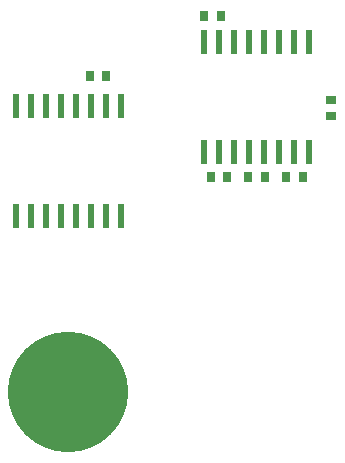
<source format=gtp>
G04*
G04 #@! TF.GenerationSoftware,Altium Limited,CircuitStudio,1.5.2 (30)*
G04*
G04 Layer_Color=7318015*
%FSLAX25Y25*%
%MOIN*%
G70*
G01*
G75*
%ADD10R,0.02323X0.08071*%
%ADD11C,0.40158*%
%ADD12R,0.03150X0.03543*%
%ADD13R,0.03543X0.03150*%
D10*
X298600Y307627D02*
D03*
X293600D02*
D03*
X288600D02*
D03*
X283600D02*
D03*
X278600D02*
D03*
X273600D02*
D03*
X268600D02*
D03*
X263600D02*
D03*
Y270973D02*
D03*
X268600D02*
D03*
X273600D02*
D03*
X278600D02*
D03*
X283600D02*
D03*
X288600D02*
D03*
X293600D02*
D03*
X298600D02*
D03*
X326300Y292173D02*
D03*
X331300D02*
D03*
X336300D02*
D03*
X341300D02*
D03*
X346300D02*
D03*
X351300D02*
D03*
X356300D02*
D03*
X361300D02*
D03*
Y328827D02*
D03*
X356300D02*
D03*
X351300D02*
D03*
X346300D02*
D03*
X341300D02*
D03*
X336300D02*
D03*
X331300D02*
D03*
X326300D02*
D03*
D11*
X281000Y212245D02*
D03*
D12*
X293606Y317545D02*
D03*
X288094D02*
D03*
X326294Y337345D02*
D03*
X331806D02*
D03*
X328444Y283800D02*
D03*
X333956D02*
D03*
X346456Y283800D02*
D03*
X340944D02*
D03*
X353544Y283800D02*
D03*
X359056D02*
D03*
D13*
X368600Y304044D02*
D03*
Y309556D02*
D03*
M02*

</source>
